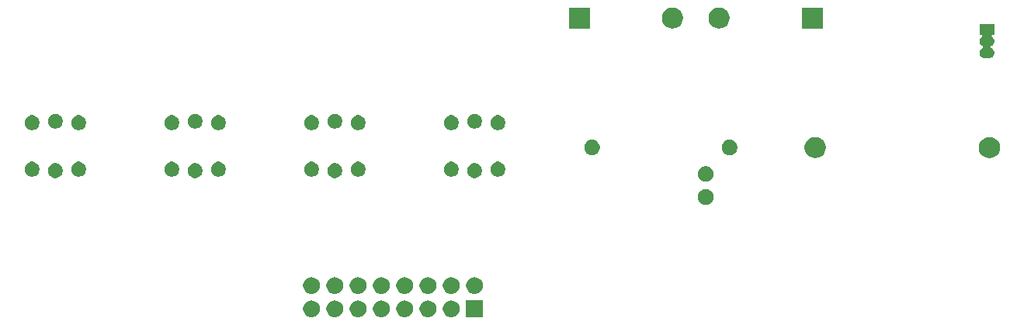
<source format=gbr>
G04 #@! TF.GenerationSoftware,KiCad,Pcbnew,(5.1.6-0-10_14)*
G04 #@! TF.CreationDate,2020-06-30T11:40:46-07:00*
G04 #@! TF.ProjectId,Pufferfish-Interface-1,50756666-6572-4666-9973-682d496e7465,v0.1*
G04 #@! TF.SameCoordinates,Original*
G04 #@! TF.FileFunction,Soldermask,Top*
G04 #@! TF.FilePolarity,Negative*
%FSLAX46Y46*%
G04 Gerber Fmt 4.6, Leading zero omitted, Abs format (unit mm)*
G04 Created by KiCad (PCBNEW (5.1.6-0-10_14)) date 2020-06-30 11:40:46*
%MOMM*%
%LPD*%
G01*
G04 APERTURE LIST*
%ADD10C,0.020000*%
G04 APERTURE END LIST*
D10*
G36*
X73303500Y-50443500D02*
G01*
X71476500Y-50443500D01*
X71476500Y-48616500D01*
X73303500Y-48616500D01*
X73303500Y-50443500D01*
G37*
G36*
X70028215Y-48634053D02*
G01*
X70116458Y-48651605D01*
X70185319Y-48680128D01*
X70282703Y-48720466D01*
X70432322Y-48820438D01*
X70559562Y-48947678D01*
X70659534Y-49097297D01*
X70728395Y-49263543D01*
X70763500Y-49440027D01*
X70763500Y-49619973D01*
X70728395Y-49796457D01*
X70659534Y-49962703D01*
X70559562Y-50112322D01*
X70432322Y-50239562D01*
X70282703Y-50339534D01*
X70185319Y-50379872D01*
X70116458Y-50408395D01*
X70028215Y-50425948D01*
X69939973Y-50443500D01*
X69760027Y-50443500D01*
X69671785Y-50425948D01*
X69583542Y-50408395D01*
X69514681Y-50379872D01*
X69417297Y-50339534D01*
X69267678Y-50239562D01*
X69140438Y-50112322D01*
X69040466Y-49962703D01*
X68971605Y-49796457D01*
X68936500Y-49619973D01*
X68936500Y-49440027D01*
X68971605Y-49263543D01*
X69040466Y-49097297D01*
X69140438Y-48947678D01*
X69267678Y-48820438D01*
X69417297Y-48720466D01*
X69514681Y-48680128D01*
X69583542Y-48651605D01*
X69671785Y-48634053D01*
X69760027Y-48616500D01*
X69939973Y-48616500D01*
X70028215Y-48634053D01*
G37*
G36*
X67488215Y-48634053D02*
G01*
X67576458Y-48651605D01*
X67645319Y-48680128D01*
X67742703Y-48720466D01*
X67892322Y-48820438D01*
X68019562Y-48947678D01*
X68119534Y-49097297D01*
X68188395Y-49263543D01*
X68223500Y-49440027D01*
X68223500Y-49619973D01*
X68188395Y-49796457D01*
X68119534Y-49962703D01*
X68019562Y-50112322D01*
X67892322Y-50239562D01*
X67742703Y-50339534D01*
X67645319Y-50379872D01*
X67576458Y-50408395D01*
X67488215Y-50425948D01*
X67399973Y-50443500D01*
X67220027Y-50443500D01*
X67131785Y-50425948D01*
X67043542Y-50408395D01*
X66974681Y-50379872D01*
X66877297Y-50339534D01*
X66727678Y-50239562D01*
X66600438Y-50112322D01*
X66500466Y-49962703D01*
X66431605Y-49796457D01*
X66396500Y-49619973D01*
X66396500Y-49440027D01*
X66431605Y-49263543D01*
X66500466Y-49097297D01*
X66600438Y-48947678D01*
X66727678Y-48820438D01*
X66877297Y-48720466D01*
X66974681Y-48680128D01*
X67043542Y-48651605D01*
X67131785Y-48634053D01*
X67220027Y-48616500D01*
X67399973Y-48616500D01*
X67488215Y-48634053D01*
G37*
G36*
X64948215Y-48634053D02*
G01*
X65036458Y-48651605D01*
X65105319Y-48680128D01*
X65202703Y-48720466D01*
X65352322Y-48820438D01*
X65479562Y-48947678D01*
X65579534Y-49097297D01*
X65648395Y-49263543D01*
X65683500Y-49440027D01*
X65683500Y-49619973D01*
X65648395Y-49796457D01*
X65579534Y-49962703D01*
X65479562Y-50112322D01*
X65352322Y-50239562D01*
X65202703Y-50339534D01*
X65105319Y-50379872D01*
X65036458Y-50408395D01*
X64948215Y-50425948D01*
X64859973Y-50443500D01*
X64680027Y-50443500D01*
X64591785Y-50425948D01*
X64503542Y-50408395D01*
X64434681Y-50379872D01*
X64337297Y-50339534D01*
X64187678Y-50239562D01*
X64060438Y-50112322D01*
X63960466Y-49962703D01*
X63891605Y-49796457D01*
X63856500Y-49619973D01*
X63856500Y-49440027D01*
X63891605Y-49263543D01*
X63960466Y-49097297D01*
X64060438Y-48947678D01*
X64187678Y-48820438D01*
X64337297Y-48720466D01*
X64434681Y-48680128D01*
X64503542Y-48651605D01*
X64591785Y-48634053D01*
X64680027Y-48616500D01*
X64859973Y-48616500D01*
X64948215Y-48634053D01*
G37*
G36*
X62408215Y-48634053D02*
G01*
X62496458Y-48651605D01*
X62565319Y-48680128D01*
X62662703Y-48720466D01*
X62812322Y-48820438D01*
X62939562Y-48947678D01*
X63039534Y-49097297D01*
X63108395Y-49263543D01*
X63143500Y-49440027D01*
X63143500Y-49619973D01*
X63108395Y-49796457D01*
X63039534Y-49962703D01*
X62939562Y-50112322D01*
X62812322Y-50239562D01*
X62662703Y-50339534D01*
X62565319Y-50379872D01*
X62496458Y-50408395D01*
X62408215Y-50425948D01*
X62319973Y-50443500D01*
X62140027Y-50443500D01*
X62051785Y-50425948D01*
X61963542Y-50408395D01*
X61894681Y-50379872D01*
X61797297Y-50339534D01*
X61647678Y-50239562D01*
X61520438Y-50112322D01*
X61420466Y-49962703D01*
X61351605Y-49796457D01*
X61316500Y-49619973D01*
X61316500Y-49440027D01*
X61351605Y-49263543D01*
X61420466Y-49097297D01*
X61520438Y-48947678D01*
X61647678Y-48820438D01*
X61797297Y-48720466D01*
X61894681Y-48680128D01*
X61963542Y-48651605D01*
X62051785Y-48634053D01*
X62140027Y-48616500D01*
X62319973Y-48616500D01*
X62408215Y-48634053D01*
G37*
G36*
X59868215Y-48634053D02*
G01*
X59956458Y-48651605D01*
X60025319Y-48680128D01*
X60122703Y-48720466D01*
X60272322Y-48820438D01*
X60399562Y-48947678D01*
X60499534Y-49097297D01*
X60568395Y-49263543D01*
X60603500Y-49440027D01*
X60603500Y-49619973D01*
X60568395Y-49796457D01*
X60499534Y-49962703D01*
X60399562Y-50112322D01*
X60272322Y-50239562D01*
X60122703Y-50339534D01*
X60025319Y-50379872D01*
X59956458Y-50408395D01*
X59868215Y-50425948D01*
X59779973Y-50443500D01*
X59600027Y-50443500D01*
X59511785Y-50425948D01*
X59423542Y-50408395D01*
X59354681Y-50379872D01*
X59257297Y-50339534D01*
X59107678Y-50239562D01*
X58980438Y-50112322D01*
X58880466Y-49962703D01*
X58811605Y-49796457D01*
X58776500Y-49619973D01*
X58776500Y-49440027D01*
X58811605Y-49263543D01*
X58880466Y-49097297D01*
X58980438Y-48947678D01*
X59107678Y-48820438D01*
X59257297Y-48720466D01*
X59354681Y-48680128D01*
X59423542Y-48651605D01*
X59511785Y-48634053D01*
X59600027Y-48616500D01*
X59779973Y-48616500D01*
X59868215Y-48634053D01*
G37*
G36*
X57328215Y-48634053D02*
G01*
X57416458Y-48651605D01*
X57485319Y-48680128D01*
X57582703Y-48720466D01*
X57732322Y-48820438D01*
X57859562Y-48947678D01*
X57959534Y-49097297D01*
X58028395Y-49263543D01*
X58063500Y-49440027D01*
X58063500Y-49619973D01*
X58028395Y-49796457D01*
X57959534Y-49962703D01*
X57859562Y-50112322D01*
X57732322Y-50239562D01*
X57582703Y-50339534D01*
X57485319Y-50379872D01*
X57416458Y-50408395D01*
X57328215Y-50425948D01*
X57239973Y-50443500D01*
X57060027Y-50443500D01*
X56971785Y-50425948D01*
X56883542Y-50408395D01*
X56814681Y-50379872D01*
X56717297Y-50339534D01*
X56567678Y-50239562D01*
X56440438Y-50112322D01*
X56340466Y-49962703D01*
X56271605Y-49796457D01*
X56236500Y-49619973D01*
X56236500Y-49440027D01*
X56271605Y-49263543D01*
X56340466Y-49097297D01*
X56440438Y-48947678D01*
X56567678Y-48820438D01*
X56717297Y-48720466D01*
X56814681Y-48680128D01*
X56883542Y-48651605D01*
X56971785Y-48634053D01*
X57060027Y-48616500D01*
X57239973Y-48616500D01*
X57328215Y-48634053D01*
G37*
G36*
X54788215Y-48634053D02*
G01*
X54876458Y-48651605D01*
X54945319Y-48680128D01*
X55042703Y-48720466D01*
X55192322Y-48820438D01*
X55319562Y-48947678D01*
X55419534Y-49097297D01*
X55488395Y-49263543D01*
X55523500Y-49440027D01*
X55523500Y-49619973D01*
X55488395Y-49796457D01*
X55419534Y-49962703D01*
X55319562Y-50112322D01*
X55192322Y-50239562D01*
X55042703Y-50339534D01*
X54945319Y-50379872D01*
X54876458Y-50408395D01*
X54788215Y-50425948D01*
X54699973Y-50443500D01*
X54520027Y-50443500D01*
X54431785Y-50425948D01*
X54343542Y-50408395D01*
X54274681Y-50379872D01*
X54177297Y-50339534D01*
X54027678Y-50239562D01*
X53900438Y-50112322D01*
X53800466Y-49962703D01*
X53731605Y-49796457D01*
X53696500Y-49619973D01*
X53696500Y-49440027D01*
X53731605Y-49263543D01*
X53800466Y-49097297D01*
X53900438Y-48947678D01*
X54027678Y-48820438D01*
X54177297Y-48720466D01*
X54274681Y-48680128D01*
X54343542Y-48651605D01*
X54431785Y-48634053D01*
X54520027Y-48616500D01*
X54699973Y-48616500D01*
X54788215Y-48634053D01*
G37*
G36*
X64948215Y-46094052D02*
G01*
X65036458Y-46111605D01*
X65105319Y-46140128D01*
X65202703Y-46180466D01*
X65352322Y-46280438D01*
X65479562Y-46407678D01*
X65579534Y-46557297D01*
X65648395Y-46723543D01*
X65683500Y-46900027D01*
X65683500Y-47079973D01*
X65648395Y-47256457D01*
X65579534Y-47422703D01*
X65479562Y-47572322D01*
X65352322Y-47699562D01*
X65202703Y-47799534D01*
X65105319Y-47839872D01*
X65036458Y-47868395D01*
X64948215Y-47885947D01*
X64859973Y-47903500D01*
X64680027Y-47903500D01*
X64591785Y-47885947D01*
X64503542Y-47868395D01*
X64434681Y-47839872D01*
X64337297Y-47799534D01*
X64187678Y-47699562D01*
X64060438Y-47572322D01*
X63960466Y-47422703D01*
X63891605Y-47256457D01*
X63856500Y-47079973D01*
X63856500Y-46900027D01*
X63891605Y-46723543D01*
X63960466Y-46557297D01*
X64060438Y-46407678D01*
X64187678Y-46280438D01*
X64337297Y-46180466D01*
X64434681Y-46140128D01*
X64503542Y-46111605D01*
X64591785Y-46094052D01*
X64680027Y-46076500D01*
X64859973Y-46076500D01*
X64948215Y-46094052D01*
G37*
G36*
X72568215Y-46094052D02*
G01*
X72656458Y-46111605D01*
X72725319Y-46140128D01*
X72822703Y-46180466D01*
X72972322Y-46280438D01*
X73099562Y-46407678D01*
X73199534Y-46557297D01*
X73268395Y-46723543D01*
X73303500Y-46900027D01*
X73303500Y-47079973D01*
X73268395Y-47256457D01*
X73199534Y-47422703D01*
X73099562Y-47572322D01*
X72972322Y-47699562D01*
X72822703Y-47799534D01*
X72725319Y-47839872D01*
X72656458Y-47868395D01*
X72568215Y-47885947D01*
X72479973Y-47903500D01*
X72300027Y-47903500D01*
X72211785Y-47885947D01*
X72123542Y-47868395D01*
X72054681Y-47839872D01*
X71957297Y-47799534D01*
X71807678Y-47699562D01*
X71680438Y-47572322D01*
X71580466Y-47422703D01*
X71511605Y-47256457D01*
X71476500Y-47079973D01*
X71476500Y-46900027D01*
X71511605Y-46723543D01*
X71580466Y-46557297D01*
X71680438Y-46407678D01*
X71807678Y-46280438D01*
X71957297Y-46180466D01*
X72054681Y-46140128D01*
X72123542Y-46111605D01*
X72211785Y-46094052D01*
X72300027Y-46076500D01*
X72479973Y-46076500D01*
X72568215Y-46094052D01*
G37*
G36*
X70028215Y-46094052D02*
G01*
X70116458Y-46111605D01*
X70185319Y-46140128D01*
X70282703Y-46180466D01*
X70432322Y-46280438D01*
X70559562Y-46407678D01*
X70659534Y-46557297D01*
X70728395Y-46723543D01*
X70763500Y-46900027D01*
X70763500Y-47079973D01*
X70728395Y-47256457D01*
X70659534Y-47422703D01*
X70559562Y-47572322D01*
X70432322Y-47699562D01*
X70282703Y-47799534D01*
X70185319Y-47839872D01*
X70116458Y-47868395D01*
X70028215Y-47885947D01*
X69939973Y-47903500D01*
X69760027Y-47903500D01*
X69671785Y-47885947D01*
X69583542Y-47868395D01*
X69514681Y-47839872D01*
X69417297Y-47799534D01*
X69267678Y-47699562D01*
X69140438Y-47572322D01*
X69040466Y-47422703D01*
X68971605Y-47256457D01*
X68936500Y-47079973D01*
X68936500Y-46900027D01*
X68971605Y-46723543D01*
X69040466Y-46557297D01*
X69140438Y-46407678D01*
X69267678Y-46280438D01*
X69417297Y-46180466D01*
X69514681Y-46140128D01*
X69583542Y-46111605D01*
X69671785Y-46094052D01*
X69760027Y-46076500D01*
X69939973Y-46076500D01*
X70028215Y-46094052D01*
G37*
G36*
X67488215Y-46094052D02*
G01*
X67576458Y-46111605D01*
X67645319Y-46140128D01*
X67742703Y-46180466D01*
X67892322Y-46280438D01*
X68019562Y-46407678D01*
X68119534Y-46557297D01*
X68188395Y-46723543D01*
X68223500Y-46900027D01*
X68223500Y-47079973D01*
X68188395Y-47256457D01*
X68119534Y-47422703D01*
X68019562Y-47572322D01*
X67892322Y-47699562D01*
X67742703Y-47799534D01*
X67645319Y-47839872D01*
X67576458Y-47868395D01*
X67488215Y-47885947D01*
X67399973Y-47903500D01*
X67220027Y-47903500D01*
X67131785Y-47885947D01*
X67043542Y-47868395D01*
X66974681Y-47839872D01*
X66877297Y-47799534D01*
X66727678Y-47699562D01*
X66600438Y-47572322D01*
X66500466Y-47422703D01*
X66431605Y-47256457D01*
X66396500Y-47079973D01*
X66396500Y-46900027D01*
X66431605Y-46723543D01*
X66500466Y-46557297D01*
X66600438Y-46407678D01*
X66727678Y-46280438D01*
X66877297Y-46180466D01*
X66974681Y-46140128D01*
X67043542Y-46111605D01*
X67131785Y-46094052D01*
X67220027Y-46076500D01*
X67399973Y-46076500D01*
X67488215Y-46094052D01*
G37*
G36*
X62408215Y-46094052D02*
G01*
X62496458Y-46111605D01*
X62565319Y-46140128D01*
X62662703Y-46180466D01*
X62812322Y-46280438D01*
X62939562Y-46407678D01*
X63039534Y-46557297D01*
X63108395Y-46723543D01*
X63143500Y-46900027D01*
X63143500Y-47079973D01*
X63108395Y-47256457D01*
X63039534Y-47422703D01*
X62939562Y-47572322D01*
X62812322Y-47699562D01*
X62662703Y-47799534D01*
X62565319Y-47839872D01*
X62496458Y-47868395D01*
X62408215Y-47885947D01*
X62319973Y-47903500D01*
X62140027Y-47903500D01*
X62051785Y-47885947D01*
X61963542Y-47868395D01*
X61894681Y-47839872D01*
X61797297Y-47799534D01*
X61647678Y-47699562D01*
X61520438Y-47572322D01*
X61420466Y-47422703D01*
X61351605Y-47256457D01*
X61316500Y-47079973D01*
X61316500Y-46900027D01*
X61351605Y-46723543D01*
X61420466Y-46557297D01*
X61520438Y-46407678D01*
X61647678Y-46280438D01*
X61797297Y-46180466D01*
X61894681Y-46140128D01*
X61963542Y-46111605D01*
X62051785Y-46094052D01*
X62140027Y-46076500D01*
X62319973Y-46076500D01*
X62408215Y-46094052D01*
G37*
G36*
X59868215Y-46094052D02*
G01*
X59956458Y-46111605D01*
X60025319Y-46140128D01*
X60122703Y-46180466D01*
X60272322Y-46280438D01*
X60399562Y-46407678D01*
X60499534Y-46557297D01*
X60568395Y-46723543D01*
X60603500Y-46900027D01*
X60603500Y-47079973D01*
X60568395Y-47256457D01*
X60499534Y-47422703D01*
X60399562Y-47572322D01*
X60272322Y-47699562D01*
X60122703Y-47799534D01*
X60025319Y-47839872D01*
X59956458Y-47868395D01*
X59868215Y-47885947D01*
X59779973Y-47903500D01*
X59600027Y-47903500D01*
X59511785Y-47885947D01*
X59423542Y-47868395D01*
X59354681Y-47839872D01*
X59257297Y-47799534D01*
X59107678Y-47699562D01*
X58980438Y-47572322D01*
X58880466Y-47422703D01*
X58811605Y-47256457D01*
X58776500Y-47079973D01*
X58776500Y-46900027D01*
X58811605Y-46723543D01*
X58880466Y-46557297D01*
X58980438Y-46407678D01*
X59107678Y-46280438D01*
X59257297Y-46180466D01*
X59354681Y-46140128D01*
X59423542Y-46111605D01*
X59511785Y-46094052D01*
X59600027Y-46076500D01*
X59779973Y-46076500D01*
X59868215Y-46094052D01*
G37*
G36*
X57328215Y-46094052D02*
G01*
X57416458Y-46111605D01*
X57485319Y-46140128D01*
X57582703Y-46180466D01*
X57732322Y-46280438D01*
X57859562Y-46407678D01*
X57959534Y-46557297D01*
X58028395Y-46723543D01*
X58063500Y-46900027D01*
X58063500Y-47079973D01*
X58028395Y-47256457D01*
X57959534Y-47422703D01*
X57859562Y-47572322D01*
X57732322Y-47699562D01*
X57582703Y-47799534D01*
X57485319Y-47839872D01*
X57416458Y-47868395D01*
X57328215Y-47885947D01*
X57239973Y-47903500D01*
X57060027Y-47903500D01*
X56971785Y-47885947D01*
X56883542Y-47868395D01*
X56814681Y-47839872D01*
X56717297Y-47799534D01*
X56567678Y-47699562D01*
X56440438Y-47572322D01*
X56340466Y-47422703D01*
X56271605Y-47256457D01*
X56236500Y-47079973D01*
X56236500Y-46900027D01*
X56271605Y-46723543D01*
X56340466Y-46557297D01*
X56440438Y-46407678D01*
X56567678Y-46280438D01*
X56717297Y-46180466D01*
X56814681Y-46140128D01*
X56883542Y-46111605D01*
X56971785Y-46094052D01*
X57060027Y-46076500D01*
X57239973Y-46076500D01*
X57328215Y-46094052D01*
G37*
G36*
X54788215Y-46094052D02*
G01*
X54876458Y-46111605D01*
X54945319Y-46140128D01*
X55042703Y-46180466D01*
X55192322Y-46280438D01*
X55319562Y-46407678D01*
X55419534Y-46557297D01*
X55488395Y-46723543D01*
X55523500Y-46900027D01*
X55523500Y-47079973D01*
X55488395Y-47256457D01*
X55419534Y-47422703D01*
X55319562Y-47572322D01*
X55192322Y-47699562D01*
X55042703Y-47799534D01*
X54945319Y-47839872D01*
X54876458Y-47868395D01*
X54788215Y-47885947D01*
X54699973Y-47903500D01*
X54520027Y-47903500D01*
X54431785Y-47885947D01*
X54343542Y-47868395D01*
X54274681Y-47839872D01*
X54177297Y-47799534D01*
X54027678Y-47699562D01*
X53900438Y-47572322D01*
X53800466Y-47422703D01*
X53731605Y-47256457D01*
X53696500Y-47079973D01*
X53696500Y-46900027D01*
X53731605Y-46723543D01*
X53800466Y-46557297D01*
X53900438Y-46407678D01*
X54027678Y-46280438D01*
X54177297Y-46180466D01*
X54274681Y-46140128D01*
X54343542Y-46111605D01*
X54431785Y-46094052D01*
X54520027Y-46076500D01*
X54699973Y-46076500D01*
X54788215Y-46094052D01*
G37*
G36*
X97858228Y-36503304D02*
G01*
X98013100Y-36567454D01*
X98152481Y-36660586D01*
X98271015Y-36779120D01*
X98364147Y-36918501D01*
X98428297Y-37073373D01*
X98461000Y-37237785D01*
X98461000Y-37405417D01*
X98428297Y-37569829D01*
X98364147Y-37724701D01*
X98271015Y-37864082D01*
X98152481Y-37982616D01*
X98013100Y-38075748D01*
X97858228Y-38139898D01*
X97693816Y-38172601D01*
X97526184Y-38172601D01*
X97361772Y-38139898D01*
X97206900Y-38075748D01*
X97067519Y-37982616D01*
X96948985Y-37864082D01*
X96855853Y-37724701D01*
X96791703Y-37569829D01*
X96759000Y-37405417D01*
X96759000Y-37237785D01*
X96791703Y-37073373D01*
X96855853Y-36918501D01*
X96948985Y-36779120D01*
X97067519Y-36660586D01*
X97206900Y-36567454D01*
X97361772Y-36503304D01*
X97526184Y-36470601D01*
X97693816Y-36470601D01*
X97858228Y-36503304D01*
G37*
G36*
X97858228Y-34003304D02*
G01*
X98013100Y-34067454D01*
X98152481Y-34160586D01*
X98271015Y-34279120D01*
X98364147Y-34418501D01*
X98428297Y-34573373D01*
X98461000Y-34737785D01*
X98461000Y-34905417D01*
X98428297Y-35069829D01*
X98364147Y-35224701D01*
X98271015Y-35364082D01*
X98152481Y-35482616D01*
X98013100Y-35575748D01*
X97858228Y-35639898D01*
X97693816Y-35672601D01*
X97526184Y-35672601D01*
X97361772Y-35639898D01*
X97206900Y-35575748D01*
X97067519Y-35482616D01*
X96948985Y-35364082D01*
X96855853Y-35224701D01*
X96791703Y-35069829D01*
X96759000Y-34905417D01*
X96759000Y-34737785D01*
X96791703Y-34573373D01*
X96855853Y-34418501D01*
X96948985Y-34279120D01*
X97067519Y-34160586D01*
X97206900Y-34067454D01*
X97361772Y-34003304D01*
X97526184Y-33970601D01*
X97693816Y-33970601D01*
X97858228Y-34003304D01*
G37*
G36*
X42147142Y-33668242D02*
G01*
X42295101Y-33729529D01*
X42428255Y-33818499D01*
X42541501Y-33931745D01*
X42630471Y-34064899D01*
X42691758Y-34212858D01*
X42723000Y-34369925D01*
X42723000Y-34530075D01*
X42691758Y-34687142D01*
X42630471Y-34835101D01*
X42541501Y-34968255D01*
X42428255Y-35081501D01*
X42295101Y-35170471D01*
X42147142Y-35231758D01*
X41990075Y-35263000D01*
X41829925Y-35263000D01*
X41672858Y-35231758D01*
X41524899Y-35170471D01*
X41391745Y-35081501D01*
X41278499Y-34968255D01*
X41189529Y-34835101D01*
X41128242Y-34687142D01*
X41097000Y-34530075D01*
X41097000Y-34369925D01*
X41128242Y-34212858D01*
X41189529Y-34064899D01*
X41278499Y-33931745D01*
X41391745Y-33818499D01*
X41524899Y-33729529D01*
X41672858Y-33668242D01*
X41829925Y-33637000D01*
X41990075Y-33637000D01*
X42147142Y-33668242D01*
G37*
G36*
X57387142Y-33668242D02*
G01*
X57535101Y-33729529D01*
X57668255Y-33818499D01*
X57781501Y-33931745D01*
X57870471Y-34064899D01*
X57931758Y-34212858D01*
X57963000Y-34369925D01*
X57963000Y-34530075D01*
X57931758Y-34687142D01*
X57870471Y-34835101D01*
X57781501Y-34968255D01*
X57668255Y-35081501D01*
X57535101Y-35170471D01*
X57387142Y-35231758D01*
X57230075Y-35263000D01*
X57069925Y-35263000D01*
X56912858Y-35231758D01*
X56764899Y-35170471D01*
X56631745Y-35081501D01*
X56518499Y-34968255D01*
X56429529Y-34835101D01*
X56368242Y-34687142D01*
X56337000Y-34530075D01*
X56337000Y-34369925D01*
X56368242Y-34212858D01*
X56429529Y-34064899D01*
X56518499Y-33931745D01*
X56631745Y-33818499D01*
X56764899Y-33729529D01*
X56912858Y-33668242D01*
X57069925Y-33637000D01*
X57230075Y-33637000D01*
X57387142Y-33668242D01*
G37*
G36*
X26907142Y-33668242D02*
G01*
X27055101Y-33729529D01*
X27188255Y-33818499D01*
X27301501Y-33931745D01*
X27390471Y-34064899D01*
X27451758Y-34212858D01*
X27483000Y-34369925D01*
X27483000Y-34530075D01*
X27451758Y-34687142D01*
X27390471Y-34835101D01*
X27301501Y-34968255D01*
X27188255Y-35081501D01*
X27055101Y-35170471D01*
X26907142Y-35231758D01*
X26750075Y-35263000D01*
X26589925Y-35263000D01*
X26432858Y-35231758D01*
X26284899Y-35170471D01*
X26151745Y-35081501D01*
X26038499Y-34968255D01*
X25949529Y-34835101D01*
X25888242Y-34687142D01*
X25857000Y-34530075D01*
X25857000Y-34369925D01*
X25888242Y-34212858D01*
X25949529Y-34064899D01*
X26038499Y-33931745D01*
X26151745Y-33818499D01*
X26284899Y-33729529D01*
X26432858Y-33668242D01*
X26589925Y-33637000D01*
X26750075Y-33637000D01*
X26907142Y-33668242D01*
G37*
G36*
X72627142Y-33668242D02*
G01*
X72775101Y-33729529D01*
X72908255Y-33818499D01*
X73021501Y-33931745D01*
X73110471Y-34064899D01*
X73171758Y-34212858D01*
X73203000Y-34369925D01*
X73203000Y-34530075D01*
X73171758Y-34687142D01*
X73110471Y-34835101D01*
X73021501Y-34968255D01*
X72908255Y-35081501D01*
X72775101Y-35170471D01*
X72627142Y-35231758D01*
X72470075Y-35263000D01*
X72309925Y-35263000D01*
X72152858Y-35231758D01*
X72004899Y-35170471D01*
X71871745Y-35081501D01*
X71758499Y-34968255D01*
X71669529Y-34835101D01*
X71608242Y-34687142D01*
X71577000Y-34530075D01*
X71577000Y-34369925D01*
X71608242Y-34212858D01*
X71669529Y-34064899D01*
X71758499Y-33931745D01*
X71871745Y-33818499D01*
X72004899Y-33729529D01*
X72152858Y-33668242D01*
X72309925Y-33637000D01*
X72470075Y-33637000D01*
X72627142Y-33668242D01*
G37*
G36*
X54847142Y-33508242D02*
G01*
X54995101Y-33569529D01*
X55128255Y-33658499D01*
X55241501Y-33771745D01*
X55330471Y-33904899D01*
X55391758Y-34052858D01*
X55423000Y-34209925D01*
X55423000Y-34370075D01*
X55391758Y-34527142D01*
X55330471Y-34675101D01*
X55241501Y-34808255D01*
X55128255Y-34921501D01*
X54995101Y-35010471D01*
X54847142Y-35071758D01*
X54690075Y-35103000D01*
X54529925Y-35103000D01*
X54372858Y-35071758D01*
X54224899Y-35010471D01*
X54091745Y-34921501D01*
X53978499Y-34808255D01*
X53889529Y-34675101D01*
X53828242Y-34527142D01*
X53797000Y-34370075D01*
X53797000Y-34209925D01*
X53828242Y-34052858D01*
X53889529Y-33904899D01*
X53978499Y-33771745D01*
X54091745Y-33658499D01*
X54224899Y-33569529D01*
X54372858Y-33508242D01*
X54529925Y-33477000D01*
X54690075Y-33477000D01*
X54847142Y-33508242D01*
G37*
G36*
X59927142Y-33508242D02*
G01*
X60075101Y-33569529D01*
X60208255Y-33658499D01*
X60321501Y-33771745D01*
X60410471Y-33904899D01*
X60471758Y-34052858D01*
X60503000Y-34209925D01*
X60503000Y-34370075D01*
X60471758Y-34527142D01*
X60410471Y-34675101D01*
X60321501Y-34808255D01*
X60208255Y-34921501D01*
X60075101Y-35010471D01*
X59927142Y-35071758D01*
X59770075Y-35103000D01*
X59609925Y-35103000D01*
X59452858Y-35071758D01*
X59304899Y-35010471D01*
X59171745Y-34921501D01*
X59058499Y-34808255D01*
X58969529Y-34675101D01*
X58908242Y-34527142D01*
X58877000Y-34370075D01*
X58877000Y-34209925D01*
X58908242Y-34052858D01*
X58969529Y-33904899D01*
X59058499Y-33771745D01*
X59171745Y-33658499D01*
X59304899Y-33569529D01*
X59452858Y-33508242D01*
X59609925Y-33477000D01*
X59770075Y-33477000D01*
X59927142Y-33508242D01*
G37*
G36*
X39607142Y-33508242D02*
G01*
X39755101Y-33569529D01*
X39888255Y-33658499D01*
X40001501Y-33771745D01*
X40090471Y-33904899D01*
X40151758Y-34052858D01*
X40183000Y-34209925D01*
X40183000Y-34370075D01*
X40151758Y-34527142D01*
X40090471Y-34675101D01*
X40001501Y-34808255D01*
X39888255Y-34921501D01*
X39755101Y-35010471D01*
X39607142Y-35071758D01*
X39450075Y-35103000D01*
X39289925Y-35103000D01*
X39132858Y-35071758D01*
X38984899Y-35010471D01*
X38851745Y-34921501D01*
X38738499Y-34808255D01*
X38649529Y-34675101D01*
X38588242Y-34527142D01*
X38557000Y-34370075D01*
X38557000Y-34209925D01*
X38588242Y-34052858D01*
X38649529Y-33904899D01*
X38738499Y-33771745D01*
X38851745Y-33658499D01*
X38984899Y-33569529D01*
X39132858Y-33508242D01*
X39289925Y-33477000D01*
X39450075Y-33477000D01*
X39607142Y-33508242D01*
G37*
G36*
X44687142Y-33508242D02*
G01*
X44835101Y-33569529D01*
X44968255Y-33658499D01*
X45081501Y-33771745D01*
X45170471Y-33904899D01*
X45231758Y-34052858D01*
X45263000Y-34209925D01*
X45263000Y-34370075D01*
X45231758Y-34527142D01*
X45170471Y-34675101D01*
X45081501Y-34808255D01*
X44968255Y-34921501D01*
X44835101Y-35010471D01*
X44687142Y-35071758D01*
X44530075Y-35103000D01*
X44369925Y-35103000D01*
X44212858Y-35071758D01*
X44064899Y-35010471D01*
X43931745Y-34921501D01*
X43818499Y-34808255D01*
X43729529Y-34675101D01*
X43668242Y-34527142D01*
X43637000Y-34370075D01*
X43637000Y-34209925D01*
X43668242Y-34052858D01*
X43729529Y-33904899D01*
X43818499Y-33771745D01*
X43931745Y-33658499D01*
X44064899Y-33569529D01*
X44212858Y-33508242D01*
X44369925Y-33477000D01*
X44530075Y-33477000D01*
X44687142Y-33508242D01*
G37*
G36*
X24367142Y-33508242D02*
G01*
X24515101Y-33569529D01*
X24648255Y-33658499D01*
X24761501Y-33771745D01*
X24850471Y-33904899D01*
X24911758Y-34052858D01*
X24943000Y-34209925D01*
X24943000Y-34370075D01*
X24911758Y-34527142D01*
X24850471Y-34675101D01*
X24761501Y-34808255D01*
X24648255Y-34921501D01*
X24515101Y-35010471D01*
X24367142Y-35071758D01*
X24210075Y-35103000D01*
X24049925Y-35103000D01*
X23892858Y-35071758D01*
X23744899Y-35010471D01*
X23611745Y-34921501D01*
X23498499Y-34808255D01*
X23409529Y-34675101D01*
X23348242Y-34527142D01*
X23317000Y-34370075D01*
X23317000Y-34209925D01*
X23348242Y-34052858D01*
X23409529Y-33904899D01*
X23498499Y-33771745D01*
X23611745Y-33658499D01*
X23744899Y-33569529D01*
X23892858Y-33508242D01*
X24049925Y-33477000D01*
X24210075Y-33477000D01*
X24367142Y-33508242D01*
G37*
G36*
X29447142Y-33508242D02*
G01*
X29595101Y-33569529D01*
X29728255Y-33658499D01*
X29841501Y-33771745D01*
X29930471Y-33904899D01*
X29991758Y-34052858D01*
X30023000Y-34209925D01*
X30023000Y-34370075D01*
X29991758Y-34527142D01*
X29930471Y-34675101D01*
X29841501Y-34808255D01*
X29728255Y-34921501D01*
X29595101Y-35010471D01*
X29447142Y-35071758D01*
X29290075Y-35103000D01*
X29129925Y-35103000D01*
X28972858Y-35071758D01*
X28824899Y-35010471D01*
X28691745Y-34921501D01*
X28578499Y-34808255D01*
X28489529Y-34675101D01*
X28428242Y-34527142D01*
X28397000Y-34370075D01*
X28397000Y-34209925D01*
X28428242Y-34052858D01*
X28489529Y-33904899D01*
X28578499Y-33771745D01*
X28691745Y-33658499D01*
X28824899Y-33569529D01*
X28972858Y-33508242D01*
X29129925Y-33477000D01*
X29290075Y-33477000D01*
X29447142Y-33508242D01*
G37*
G36*
X70087142Y-33508242D02*
G01*
X70235101Y-33569529D01*
X70368255Y-33658499D01*
X70481501Y-33771745D01*
X70570471Y-33904899D01*
X70631758Y-34052858D01*
X70663000Y-34209925D01*
X70663000Y-34370075D01*
X70631758Y-34527142D01*
X70570471Y-34675101D01*
X70481501Y-34808255D01*
X70368255Y-34921501D01*
X70235101Y-35010471D01*
X70087142Y-35071758D01*
X69930075Y-35103000D01*
X69769925Y-35103000D01*
X69612858Y-35071758D01*
X69464899Y-35010471D01*
X69331745Y-34921501D01*
X69218499Y-34808255D01*
X69129529Y-34675101D01*
X69068242Y-34527142D01*
X69037000Y-34370075D01*
X69037000Y-34209925D01*
X69068242Y-34052858D01*
X69129529Y-33904899D01*
X69218499Y-33771745D01*
X69331745Y-33658499D01*
X69464899Y-33569529D01*
X69612858Y-33508242D01*
X69769925Y-33477000D01*
X69930075Y-33477000D01*
X70087142Y-33508242D01*
G37*
G36*
X75167142Y-33508242D02*
G01*
X75315101Y-33569529D01*
X75448255Y-33658499D01*
X75561501Y-33771745D01*
X75650471Y-33904899D01*
X75711758Y-34052858D01*
X75743000Y-34209925D01*
X75743000Y-34370075D01*
X75711758Y-34527142D01*
X75650471Y-34675101D01*
X75561501Y-34808255D01*
X75448255Y-34921501D01*
X75315101Y-35010471D01*
X75167142Y-35071758D01*
X75010075Y-35103000D01*
X74849925Y-35103000D01*
X74692858Y-35071758D01*
X74544899Y-35010471D01*
X74411745Y-34921501D01*
X74298499Y-34808255D01*
X74209529Y-34675101D01*
X74148242Y-34527142D01*
X74117000Y-34370075D01*
X74117000Y-34209925D01*
X74148242Y-34052858D01*
X74209529Y-33904899D01*
X74298499Y-33771745D01*
X74411745Y-33658499D01*
X74544899Y-33569529D01*
X74692858Y-33508242D01*
X74849925Y-33477000D01*
X75010075Y-33477000D01*
X75167142Y-33508242D01*
G37*
G36*
X128776150Y-30792717D02*
G01*
X128887335Y-30814833D01*
X129096804Y-30901598D01*
X129285321Y-31027561D01*
X129445641Y-31187881D01*
X129571604Y-31376398D01*
X129571605Y-31376400D01*
X129658369Y-31585868D01*
X129702601Y-31808236D01*
X129702601Y-32034966D01*
X129658369Y-32257334D01*
X129572732Y-32464082D01*
X129571604Y-32466804D01*
X129445641Y-32655321D01*
X129285321Y-32815641D01*
X129096804Y-32941604D01*
X128887335Y-33028369D01*
X128776150Y-33050485D01*
X128664966Y-33072601D01*
X128438236Y-33072601D01*
X128327052Y-33050485D01*
X128215867Y-33028369D01*
X128006398Y-32941604D01*
X127817881Y-32815641D01*
X127657561Y-32655321D01*
X127531598Y-32466804D01*
X127530471Y-32464082D01*
X127444833Y-32257334D01*
X127400601Y-32034966D01*
X127400601Y-31808236D01*
X127444833Y-31585868D01*
X127531597Y-31376400D01*
X127531598Y-31376398D01*
X127657561Y-31187881D01*
X127817881Y-31027561D01*
X128006398Y-30901598D01*
X128215867Y-30814833D01*
X128327052Y-30792717D01*
X128438236Y-30770601D01*
X128664966Y-30770601D01*
X128776150Y-30792717D01*
G37*
G36*
X109776150Y-30792717D02*
G01*
X109887335Y-30814833D01*
X110096804Y-30901598D01*
X110285321Y-31027561D01*
X110445641Y-31187881D01*
X110571604Y-31376398D01*
X110571605Y-31376400D01*
X110658369Y-31585868D01*
X110702601Y-31808236D01*
X110702601Y-32034966D01*
X110658369Y-32257334D01*
X110572732Y-32464082D01*
X110571604Y-32466804D01*
X110445641Y-32655321D01*
X110285321Y-32815641D01*
X110096804Y-32941604D01*
X109887335Y-33028369D01*
X109776150Y-33050485D01*
X109664966Y-33072601D01*
X109438236Y-33072601D01*
X109327052Y-33050485D01*
X109215867Y-33028369D01*
X109006398Y-32941604D01*
X108817881Y-32815641D01*
X108657561Y-32655321D01*
X108531598Y-32466804D01*
X108530471Y-32464082D01*
X108444833Y-32257334D01*
X108400601Y-32034966D01*
X108400601Y-31808236D01*
X108444833Y-31585868D01*
X108531597Y-31376400D01*
X108531598Y-31376398D01*
X108657561Y-31187881D01*
X108817881Y-31027561D01*
X109006398Y-30901598D01*
X109215867Y-30814833D01*
X109327052Y-30792717D01*
X109438236Y-30770601D01*
X109664966Y-30770601D01*
X109776150Y-30792717D01*
G37*
G36*
X100458228Y-31103304D02*
G01*
X100613100Y-31167454D01*
X100752481Y-31260586D01*
X100871015Y-31379120D01*
X100964147Y-31518501D01*
X101028297Y-31673373D01*
X101061000Y-31837785D01*
X101061000Y-32005417D01*
X101028297Y-32169829D01*
X100964147Y-32324701D01*
X100871015Y-32464082D01*
X100752481Y-32582616D01*
X100613100Y-32675748D01*
X100458228Y-32739898D01*
X100293816Y-32772601D01*
X100126184Y-32772601D01*
X99961772Y-32739898D01*
X99806900Y-32675748D01*
X99667519Y-32582616D01*
X99548985Y-32464082D01*
X99455853Y-32324701D01*
X99391703Y-32169829D01*
X99359000Y-32005417D01*
X99359000Y-31837785D01*
X99391703Y-31673373D01*
X99455853Y-31518501D01*
X99548985Y-31379120D01*
X99667519Y-31260586D01*
X99806900Y-31167454D01*
X99961772Y-31103304D01*
X100126184Y-31070601D01*
X100293816Y-31070601D01*
X100458228Y-31103304D01*
G37*
G36*
X85458228Y-31103304D02*
G01*
X85613100Y-31167454D01*
X85752481Y-31260586D01*
X85871015Y-31379120D01*
X85964147Y-31518501D01*
X86028297Y-31673373D01*
X86061000Y-31837785D01*
X86061000Y-32005417D01*
X86028297Y-32169829D01*
X85964147Y-32324701D01*
X85871015Y-32464082D01*
X85752481Y-32582616D01*
X85613100Y-32675748D01*
X85458228Y-32739898D01*
X85293816Y-32772601D01*
X85126184Y-32772601D01*
X84961772Y-32739898D01*
X84806900Y-32675748D01*
X84667519Y-32582616D01*
X84548985Y-32464082D01*
X84455853Y-32324701D01*
X84391703Y-32169829D01*
X84359000Y-32005417D01*
X84359000Y-31837785D01*
X84391703Y-31673373D01*
X84455853Y-31518501D01*
X84548985Y-31379120D01*
X84667519Y-31260586D01*
X84806900Y-31167454D01*
X84961772Y-31103304D01*
X85126184Y-31070601D01*
X85293816Y-31070601D01*
X85458228Y-31103304D01*
G37*
G36*
X39607142Y-28428242D02*
G01*
X39755101Y-28489529D01*
X39888255Y-28578499D01*
X40001501Y-28691745D01*
X40090471Y-28824899D01*
X40151758Y-28972858D01*
X40183000Y-29129925D01*
X40183000Y-29290075D01*
X40151758Y-29447142D01*
X40090471Y-29595101D01*
X40001501Y-29728255D01*
X39888255Y-29841501D01*
X39755101Y-29930471D01*
X39607142Y-29991758D01*
X39450075Y-30023000D01*
X39289925Y-30023000D01*
X39132858Y-29991758D01*
X38984899Y-29930471D01*
X38851745Y-29841501D01*
X38738499Y-29728255D01*
X38649529Y-29595101D01*
X38588242Y-29447142D01*
X38557000Y-29290075D01*
X38557000Y-29129925D01*
X38588242Y-28972858D01*
X38649529Y-28824899D01*
X38738499Y-28691745D01*
X38851745Y-28578499D01*
X38984899Y-28489529D01*
X39132858Y-28428242D01*
X39289925Y-28397000D01*
X39450075Y-28397000D01*
X39607142Y-28428242D01*
G37*
G36*
X75167142Y-28428242D02*
G01*
X75315101Y-28489529D01*
X75448255Y-28578499D01*
X75561501Y-28691745D01*
X75650471Y-28824899D01*
X75711758Y-28972858D01*
X75743000Y-29129925D01*
X75743000Y-29290075D01*
X75711758Y-29447142D01*
X75650471Y-29595101D01*
X75561501Y-29728255D01*
X75448255Y-29841501D01*
X75315101Y-29930471D01*
X75167142Y-29991758D01*
X75010075Y-30023000D01*
X74849925Y-30023000D01*
X74692858Y-29991758D01*
X74544899Y-29930471D01*
X74411745Y-29841501D01*
X74298499Y-29728255D01*
X74209529Y-29595101D01*
X74148242Y-29447142D01*
X74117000Y-29290075D01*
X74117000Y-29129925D01*
X74148242Y-28972858D01*
X74209529Y-28824899D01*
X74298499Y-28691745D01*
X74411745Y-28578499D01*
X74544899Y-28489529D01*
X74692858Y-28428242D01*
X74849925Y-28397000D01*
X75010075Y-28397000D01*
X75167142Y-28428242D01*
G37*
G36*
X70087142Y-28428242D02*
G01*
X70235101Y-28489529D01*
X70368255Y-28578499D01*
X70481501Y-28691745D01*
X70570471Y-28824899D01*
X70631758Y-28972858D01*
X70663000Y-29129925D01*
X70663000Y-29290075D01*
X70631758Y-29447142D01*
X70570471Y-29595101D01*
X70481501Y-29728255D01*
X70368255Y-29841501D01*
X70235101Y-29930471D01*
X70087142Y-29991758D01*
X69930075Y-30023000D01*
X69769925Y-30023000D01*
X69612858Y-29991758D01*
X69464899Y-29930471D01*
X69331745Y-29841501D01*
X69218499Y-29728255D01*
X69129529Y-29595101D01*
X69068242Y-29447142D01*
X69037000Y-29290075D01*
X69037000Y-29129925D01*
X69068242Y-28972858D01*
X69129529Y-28824899D01*
X69218499Y-28691745D01*
X69331745Y-28578499D01*
X69464899Y-28489529D01*
X69612858Y-28428242D01*
X69769925Y-28397000D01*
X69930075Y-28397000D01*
X70087142Y-28428242D01*
G37*
G36*
X29447142Y-28428242D02*
G01*
X29595101Y-28489529D01*
X29728255Y-28578499D01*
X29841501Y-28691745D01*
X29930471Y-28824899D01*
X29991758Y-28972858D01*
X30023000Y-29129925D01*
X30023000Y-29290075D01*
X29991758Y-29447142D01*
X29930471Y-29595101D01*
X29841501Y-29728255D01*
X29728255Y-29841501D01*
X29595101Y-29930471D01*
X29447142Y-29991758D01*
X29290075Y-30023000D01*
X29129925Y-30023000D01*
X28972858Y-29991758D01*
X28824899Y-29930471D01*
X28691745Y-29841501D01*
X28578499Y-29728255D01*
X28489529Y-29595101D01*
X28428242Y-29447142D01*
X28397000Y-29290075D01*
X28397000Y-29129925D01*
X28428242Y-28972858D01*
X28489529Y-28824899D01*
X28578499Y-28691745D01*
X28691745Y-28578499D01*
X28824899Y-28489529D01*
X28972858Y-28428242D01*
X29129925Y-28397000D01*
X29290075Y-28397000D01*
X29447142Y-28428242D01*
G37*
G36*
X24367142Y-28428242D02*
G01*
X24515101Y-28489529D01*
X24648255Y-28578499D01*
X24761501Y-28691745D01*
X24850471Y-28824899D01*
X24911758Y-28972858D01*
X24943000Y-29129925D01*
X24943000Y-29290075D01*
X24911758Y-29447142D01*
X24850471Y-29595101D01*
X24761501Y-29728255D01*
X24648255Y-29841501D01*
X24515101Y-29930471D01*
X24367142Y-29991758D01*
X24210075Y-30023000D01*
X24049925Y-30023000D01*
X23892858Y-29991758D01*
X23744899Y-29930471D01*
X23611745Y-29841501D01*
X23498499Y-29728255D01*
X23409529Y-29595101D01*
X23348242Y-29447142D01*
X23317000Y-29290075D01*
X23317000Y-29129925D01*
X23348242Y-28972858D01*
X23409529Y-28824899D01*
X23498499Y-28691745D01*
X23611745Y-28578499D01*
X23744899Y-28489529D01*
X23892858Y-28428242D01*
X24049925Y-28397000D01*
X24210075Y-28397000D01*
X24367142Y-28428242D01*
G37*
G36*
X44687142Y-28428242D02*
G01*
X44835101Y-28489529D01*
X44968255Y-28578499D01*
X45081501Y-28691745D01*
X45170471Y-28824899D01*
X45231758Y-28972858D01*
X45263000Y-29129925D01*
X45263000Y-29290075D01*
X45231758Y-29447142D01*
X45170471Y-29595101D01*
X45081501Y-29728255D01*
X44968255Y-29841501D01*
X44835101Y-29930471D01*
X44687142Y-29991758D01*
X44530075Y-30023000D01*
X44369925Y-30023000D01*
X44212858Y-29991758D01*
X44064899Y-29930471D01*
X43931745Y-29841501D01*
X43818499Y-29728255D01*
X43729529Y-29595101D01*
X43668242Y-29447142D01*
X43637000Y-29290075D01*
X43637000Y-29129925D01*
X43668242Y-28972858D01*
X43729529Y-28824899D01*
X43818499Y-28691745D01*
X43931745Y-28578499D01*
X44064899Y-28489529D01*
X44212858Y-28428242D01*
X44369925Y-28397000D01*
X44530075Y-28397000D01*
X44687142Y-28428242D01*
G37*
G36*
X59927142Y-28428242D02*
G01*
X60075101Y-28489529D01*
X60208255Y-28578499D01*
X60321501Y-28691745D01*
X60410471Y-28824899D01*
X60471758Y-28972858D01*
X60503000Y-29129925D01*
X60503000Y-29290075D01*
X60471758Y-29447142D01*
X60410471Y-29595101D01*
X60321501Y-29728255D01*
X60208255Y-29841501D01*
X60075101Y-29930471D01*
X59927142Y-29991758D01*
X59770075Y-30023000D01*
X59609925Y-30023000D01*
X59452858Y-29991758D01*
X59304899Y-29930471D01*
X59171745Y-29841501D01*
X59058499Y-29728255D01*
X58969529Y-29595101D01*
X58908242Y-29447142D01*
X58877000Y-29290075D01*
X58877000Y-29129925D01*
X58908242Y-28972858D01*
X58969529Y-28824899D01*
X59058499Y-28691745D01*
X59171745Y-28578499D01*
X59304899Y-28489529D01*
X59452858Y-28428242D01*
X59609925Y-28397000D01*
X59770075Y-28397000D01*
X59927142Y-28428242D01*
G37*
G36*
X54847142Y-28428242D02*
G01*
X54995101Y-28489529D01*
X55128255Y-28578499D01*
X55241501Y-28691745D01*
X55330471Y-28824899D01*
X55391758Y-28972858D01*
X55423000Y-29129925D01*
X55423000Y-29290075D01*
X55391758Y-29447142D01*
X55330471Y-29595101D01*
X55241501Y-29728255D01*
X55128255Y-29841501D01*
X54995101Y-29930471D01*
X54847142Y-29991758D01*
X54690075Y-30023000D01*
X54529925Y-30023000D01*
X54372858Y-29991758D01*
X54224899Y-29930471D01*
X54091745Y-29841501D01*
X53978499Y-29728255D01*
X53889529Y-29595101D01*
X53828242Y-29447142D01*
X53797000Y-29290075D01*
X53797000Y-29129925D01*
X53828242Y-28972858D01*
X53889529Y-28824899D01*
X53978499Y-28691745D01*
X54091745Y-28578499D01*
X54224899Y-28489529D01*
X54372858Y-28428242D01*
X54529925Y-28397000D01*
X54690075Y-28397000D01*
X54847142Y-28428242D01*
G37*
G36*
X72627142Y-28268242D02*
G01*
X72775101Y-28329529D01*
X72908255Y-28418499D01*
X73021501Y-28531745D01*
X73110471Y-28664899D01*
X73171758Y-28812858D01*
X73203000Y-28969925D01*
X73203000Y-29130075D01*
X73171758Y-29287142D01*
X73110471Y-29435101D01*
X73021501Y-29568255D01*
X72908255Y-29681501D01*
X72775101Y-29770471D01*
X72627142Y-29831758D01*
X72470075Y-29863000D01*
X72309925Y-29863000D01*
X72152858Y-29831758D01*
X72004899Y-29770471D01*
X71871745Y-29681501D01*
X71758499Y-29568255D01*
X71669529Y-29435101D01*
X71608242Y-29287142D01*
X71577000Y-29130075D01*
X71577000Y-28969925D01*
X71608242Y-28812858D01*
X71669529Y-28664899D01*
X71758499Y-28531745D01*
X71871745Y-28418499D01*
X72004899Y-28329529D01*
X72152858Y-28268242D01*
X72309925Y-28237000D01*
X72470075Y-28237000D01*
X72627142Y-28268242D01*
G37*
G36*
X26907142Y-28268242D02*
G01*
X27055101Y-28329529D01*
X27188255Y-28418499D01*
X27301501Y-28531745D01*
X27390471Y-28664899D01*
X27451758Y-28812858D01*
X27483000Y-28969925D01*
X27483000Y-29130075D01*
X27451758Y-29287142D01*
X27390471Y-29435101D01*
X27301501Y-29568255D01*
X27188255Y-29681501D01*
X27055101Y-29770471D01*
X26907142Y-29831758D01*
X26750075Y-29863000D01*
X26589925Y-29863000D01*
X26432858Y-29831758D01*
X26284899Y-29770471D01*
X26151745Y-29681501D01*
X26038499Y-29568255D01*
X25949529Y-29435101D01*
X25888242Y-29287142D01*
X25857000Y-29130075D01*
X25857000Y-28969925D01*
X25888242Y-28812858D01*
X25949529Y-28664899D01*
X26038499Y-28531745D01*
X26151745Y-28418499D01*
X26284899Y-28329529D01*
X26432858Y-28268242D01*
X26589925Y-28237000D01*
X26750075Y-28237000D01*
X26907142Y-28268242D01*
G37*
G36*
X42147142Y-28268242D02*
G01*
X42295101Y-28329529D01*
X42428255Y-28418499D01*
X42541501Y-28531745D01*
X42630471Y-28664899D01*
X42691758Y-28812858D01*
X42723000Y-28969925D01*
X42723000Y-29130075D01*
X42691758Y-29287142D01*
X42630471Y-29435101D01*
X42541501Y-29568255D01*
X42428255Y-29681501D01*
X42295101Y-29770471D01*
X42147142Y-29831758D01*
X41990075Y-29863000D01*
X41829925Y-29863000D01*
X41672858Y-29831758D01*
X41524899Y-29770471D01*
X41391745Y-29681501D01*
X41278499Y-29568255D01*
X41189529Y-29435101D01*
X41128242Y-29287142D01*
X41097000Y-29130075D01*
X41097000Y-28969925D01*
X41128242Y-28812858D01*
X41189529Y-28664899D01*
X41278499Y-28531745D01*
X41391745Y-28418499D01*
X41524899Y-28329529D01*
X41672858Y-28268242D01*
X41829925Y-28237000D01*
X41990075Y-28237000D01*
X42147142Y-28268242D01*
G37*
G36*
X57387142Y-28268242D02*
G01*
X57535101Y-28329529D01*
X57668255Y-28418499D01*
X57781501Y-28531745D01*
X57870471Y-28664899D01*
X57931758Y-28812858D01*
X57963000Y-28969925D01*
X57963000Y-29130075D01*
X57931758Y-29287142D01*
X57870471Y-29435101D01*
X57781501Y-29568255D01*
X57668255Y-29681501D01*
X57535101Y-29770471D01*
X57387142Y-29831758D01*
X57230075Y-29863000D01*
X57069925Y-29863000D01*
X56912858Y-29831758D01*
X56764899Y-29770471D01*
X56631745Y-29681501D01*
X56518499Y-29568255D01*
X56429529Y-29435101D01*
X56368242Y-29287142D01*
X56337000Y-29130075D01*
X56337000Y-28969925D01*
X56368242Y-28812858D01*
X56429529Y-28664899D01*
X56518499Y-28531745D01*
X56631745Y-28418499D01*
X56764899Y-28329529D01*
X56912858Y-28268242D01*
X57069925Y-28237000D01*
X57230075Y-28237000D01*
X57387142Y-28268242D01*
G37*
G36*
X129071000Y-19626000D02*
G01*
X128906660Y-19626000D01*
X128882274Y-19628402D01*
X128858825Y-19635515D01*
X128837214Y-19647066D01*
X128818272Y-19662611D01*
X128802727Y-19681553D01*
X128791176Y-19703164D01*
X128784063Y-19726613D01*
X128781661Y-19750999D01*
X128784063Y-19775385D01*
X128791176Y-19798834D01*
X128802727Y-19820445D01*
X128818272Y-19839387D01*
X128827345Y-19847609D01*
X128904264Y-19910736D01*
X128976244Y-19998443D01*
X129010429Y-20062399D01*
X129029728Y-20098505D01*
X129029729Y-20098508D01*
X129062666Y-20207084D01*
X129073787Y-20320000D01*
X129062666Y-20432916D01*
X129029729Y-20541492D01*
X129029728Y-20541495D01*
X129010429Y-20577601D01*
X128976244Y-20641557D01*
X128904264Y-20729264D01*
X128816557Y-20801244D01*
X128735141Y-20844761D01*
X128714766Y-20858375D01*
X128697439Y-20875702D01*
X128683826Y-20896076D01*
X128674448Y-20918715D01*
X128669668Y-20942748D01*
X128669668Y-20967252D01*
X128674448Y-20991285D01*
X128683826Y-21013924D01*
X128697440Y-21034299D01*
X128714767Y-21051626D01*
X128735141Y-21065239D01*
X128816557Y-21108756D01*
X128904264Y-21180736D01*
X128976244Y-21268443D01*
X129010429Y-21332399D01*
X129029728Y-21368505D01*
X129029729Y-21368508D01*
X129062666Y-21477084D01*
X129073787Y-21590000D01*
X129062666Y-21702916D01*
X129029729Y-21811492D01*
X129029728Y-21811495D01*
X129010429Y-21847601D01*
X128976244Y-21911557D01*
X128904264Y-21999264D01*
X128816557Y-22071244D01*
X128752601Y-22105429D01*
X128716495Y-22124728D01*
X128716492Y-22124729D01*
X128607916Y-22157666D01*
X128523298Y-22166000D01*
X128016702Y-22166000D01*
X127932084Y-22157666D01*
X127823508Y-22124729D01*
X127823505Y-22124728D01*
X127787399Y-22105429D01*
X127723443Y-22071244D01*
X127635736Y-21999264D01*
X127563756Y-21911557D01*
X127529571Y-21847601D01*
X127510272Y-21811495D01*
X127510271Y-21811492D01*
X127477334Y-21702916D01*
X127466213Y-21590000D01*
X127477334Y-21477084D01*
X127510271Y-21368508D01*
X127510272Y-21368505D01*
X127529571Y-21332399D01*
X127563756Y-21268443D01*
X127635736Y-21180736D01*
X127723443Y-21108756D01*
X127804859Y-21065239D01*
X127825234Y-21051625D01*
X127842561Y-21034298D01*
X127856174Y-21013924D01*
X127865552Y-20991285D01*
X127870332Y-20967252D01*
X127870332Y-20942748D01*
X127865552Y-20918715D01*
X127856174Y-20896076D01*
X127842560Y-20875701D01*
X127825233Y-20858374D01*
X127804859Y-20844761D01*
X127723443Y-20801244D01*
X127635736Y-20729264D01*
X127563756Y-20641557D01*
X127529571Y-20577601D01*
X127510272Y-20541495D01*
X127510271Y-20541492D01*
X127477334Y-20432916D01*
X127466213Y-20320000D01*
X127477334Y-20207084D01*
X127510271Y-20098508D01*
X127510272Y-20098505D01*
X127529571Y-20062399D01*
X127563756Y-19998443D01*
X127635736Y-19910736D01*
X127712646Y-19847617D01*
X127729965Y-19830298D01*
X127743579Y-19809923D01*
X127752957Y-19787284D01*
X127757737Y-19763251D01*
X127757737Y-19738747D01*
X127752957Y-19714714D01*
X127743579Y-19692075D01*
X127729966Y-19671701D01*
X127712639Y-19654374D01*
X127692264Y-19640760D01*
X127669625Y-19631382D01*
X127645592Y-19626602D01*
X127633340Y-19626000D01*
X127469000Y-19626000D01*
X127469000Y-18474000D01*
X129071000Y-18474000D01*
X129071000Y-19626000D01*
G37*
G36*
X110371000Y-18931000D02*
G01*
X108069000Y-18931000D01*
X108069000Y-16629000D01*
X110371000Y-16629000D01*
X110371000Y-18931000D01*
G37*
G36*
X99284549Y-16651116D02*
G01*
X99395734Y-16673232D01*
X99605203Y-16759997D01*
X99793720Y-16885960D01*
X99954040Y-17046280D01*
X100080003Y-17234797D01*
X100166768Y-17444266D01*
X100211000Y-17666636D01*
X100211000Y-17893364D01*
X100166768Y-18115734D01*
X100080003Y-18325203D01*
X99954040Y-18513720D01*
X99793720Y-18674040D01*
X99605203Y-18800003D01*
X99395734Y-18886768D01*
X99284549Y-18908884D01*
X99173365Y-18931000D01*
X98946635Y-18931000D01*
X98835451Y-18908884D01*
X98724266Y-18886768D01*
X98514797Y-18800003D01*
X98326280Y-18674040D01*
X98165960Y-18513720D01*
X98039997Y-18325203D01*
X97953232Y-18115734D01*
X97909000Y-17893364D01*
X97909000Y-17666636D01*
X97953232Y-17444266D01*
X98039997Y-17234797D01*
X98165960Y-17046280D01*
X98326280Y-16885960D01*
X98514797Y-16759997D01*
X98724266Y-16673232D01*
X98835451Y-16651116D01*
X98946635Y-16629000D01*
X99173365Y-16629000D01*
X99284549Y-16651116D01*
G37*
G36*
X94204549Y-16651116D02*
G01*
X94315734Y-16673232D01*
X94525203Y-16759997D01*
X94713720Y-16885960D01*
X94874040Y-17046280D01*
X95000003Y-17234797D01*
X95086768Y-17444266D01*
X95131000Y-17666636D01*
X95131000Y-17893364D01*
X95086768Y-18115734D01*
X95000003Y-18325203D01*
X94874040Y-18513720D01*
X94713720Y-18674040D01*
X94525203Y-18800003D01*
X94315734Y-18886768D01*
X94204549Y-18908884D01*
X94093365Y-18931000D01*
X93866635Y-18931000D01*
X93755451Y-18908884D01*
X93644266Y-18886768D01*
X93434797Y-18800003D01*
X93246280Y-18674040D01*
X93085960Y-18513720D01*
X92959997Y-18325203D01*
X92873232Y-18115734D01*
X92829000Y-17893364D01*
X92829000Y-17666636D01*
X92873232Y-17444266D01*
X92959997Y-17234797D01*
X93085960Y-17046280D01*
X93246280Y-16885960D01*
X93434797Y-16759997D01*
X93644266Y-16673232D01*
X93755451Y-16651116D01*
X93866635Y-16629000D01*
X94093365Y-16629000D01*
X94204549Y-16651116D01*
G37*
G36*
X84971000Y-18931000D02*
G01*
X82669000Y-18931000D01*
X82669000Y-16629000D01*
X84971000Y-16629000D01*
X84971000Y-18931000D01*
G37*
M02*

</source>
